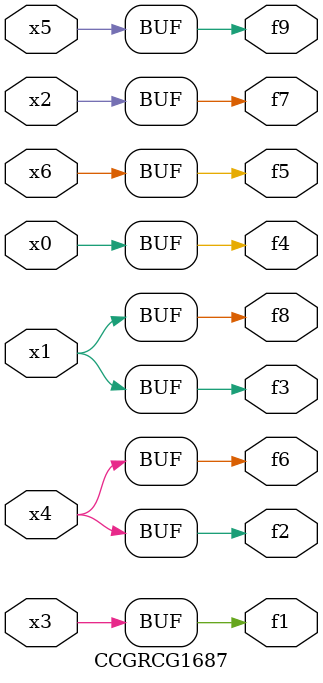
<source format=v>
module CCGRCG1687(
	input x0, x1, x2, x3, x4, x5, x6,
	output f1, f2, f3, f4, f5, f6, f7, f8, f9
);
	assign f1 = x3;
	assign f2 = x4;
	assign f3 = x1;
	assign f4 = x0;
	assign f5 = x6;
	assign f6 = x4;
	assign f7 = x2;
	assign f8 = x1;
	assign f9 = x5;
endmodule

</source>
